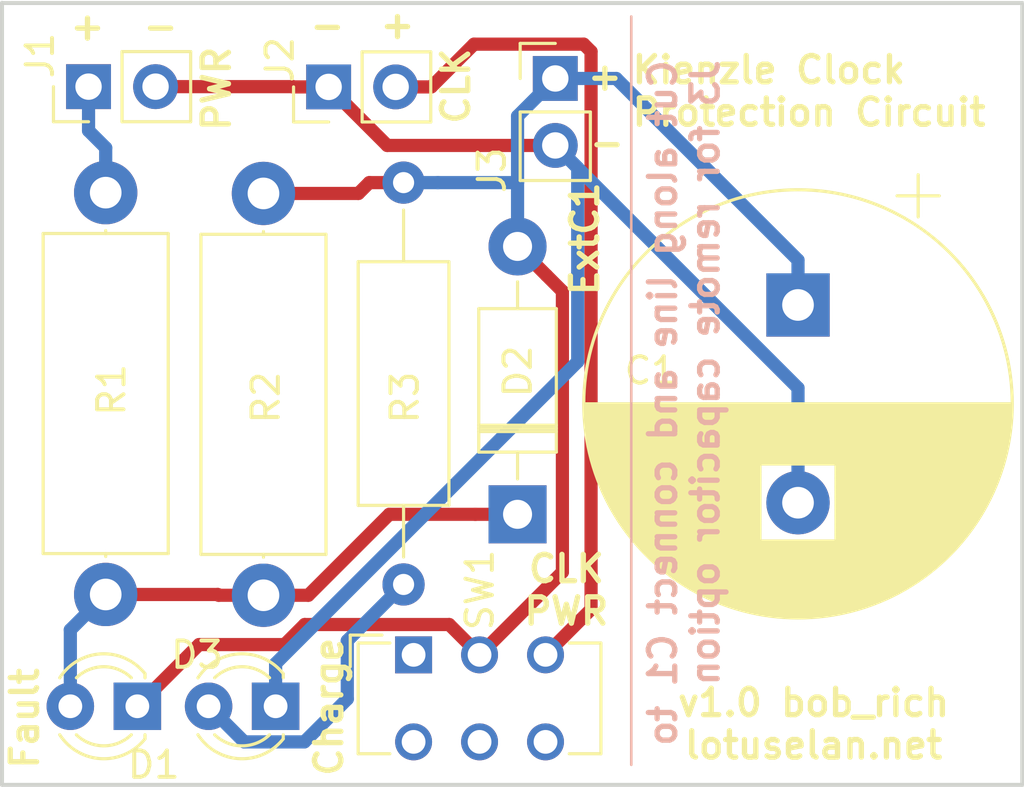
<source format=kicad_pcb>
(kicad_pcb (version 20171130) (host pcbnew "(5.0.0)")

  (general
    (thickness 1.6)
    (drawings 20)
    (tracks 56)
    (zones 0)
    (modules 11)
    (nets 8)
  )

  (page A4)
  (layers
    (0 F.Cu signal)
    (31 B.Cu signal)
    (32 B.Adhes user)
    (33 F.Adhes user)
    (34 B.Paste user)
    (35 F.Paste user)
    (36 B.SilkS user)
    (37 F.SilkS user)
    (38 B.Mask user)
    (39 F.Mask user)
    (40 Dwgs.User user)
    (41 Cmts.User user hide)
    (42 Eco1.User user hide)
    (43 Eco2.User user hide)
    (44 Edge.Cuts user)
    (45 Margin user)
    (46 B.CrtYd user hide)
    (47 F.CrtYd user)
    (48 B.Fab user hide)
    (49 F.Fab user hide)
  )

  (setup
    (last_trace_width 0.5)
    (trace_clearance 0.2)
    (zone_clearance 0.508)
    (zone_45_only no)
    (trace_min 0.5)
    (segment_width 0.2)
    (edge_width 0.15)
    (via_size 0.8)
    (via_drill 0.4)
    (via_min_size 0.5)
    (via_min_drill 0.3)
    (uvia_size 0.3)
    (uvia_drill 0.1)
    (uvias_allowed no)
    (uvia_min_size 0.2)
    (uvia_min_drill 0.1)
    (pcb_text_width 0.3)
    (pcb_text_size 1.5 1.5)
    (mod_edge_width 0.15)
    (mod_text_size 1 1)
    (mod_text_width 0.15)
    (pad_size 1.524 1.524)
    (pad_drill 0.762)
    (pad_to_mask_clearance 0.2)
    (aux_axis_origin 0 0)
    (visible_elements 7FFFFFFF)
    (pcbplotparams
      (layerselection 0x010fc_ffffffff)
      (usegerberextensions false)
      (usegerberattributes false)
      (usegerberadvancedattributes false)
      (creategerberjobfile false)
      (excludeedgelayer true)
      (linewidth 0.100000)
      (plotframeref false)
      (viasonmask false)
      (mode 1)
      (useauxorigin false)
      (hpglpennumber 1)
      (hpglpenspeed 20)
      (hpglpendiameter 15.000000)
      (psnegative false)
      (psa4output false)
      (plotreference true)
      (plotvalue true)
      (plotinvisibletext false)
      (padsonsilk false)
      (subtractmaskfromsilk false)
      (outputformat 1)
      (mirror false)
      (drillshape 1)
      (scaleselection 1)
      (outputdirectory ""))
  )

  (net 0 "")
  (net 1 "Net-(C1-Pad1)")
  (net 2 "Net-(D1-Pad2)")
  (net 3 "Net-(D3-Pad2)")
  (net 4 "Net-(C1-Pad2)")
  (net 5 "Net-(J1-Pad1)")
  (net 6 "Net-(J2-Pad2)")
  (net 7 "Net-(SW1-Pad1)")

  (net_class Default "This is the default net class."
    (clearance 0.2)
    (trace_width 0.5)
    (via_dia 0.8)
    (via_drill 0.4)
    (uvia_dia 0.3)
    (uvia_drill 0.1)
    (diff_pair_gap 0.25)
    (diff_pair_width 0.5)
    (add_net "Net-(C1-Pad1)")
    (add_net "Net-(C1-Pad2)")
    (add_net "Net-(D1-Pad2)")
    (add_net "Net-(D3-Pad2)")
    (add_net "Net-(J1-Pad1)")
    (add_net "Net-(J2-Pad2)")
    (add_net "Net-(SW1-Pad1)")
  )

  (module Capacitor_THT:CP_Radial_D16.0mm_P7.50mm (layer F.Cu) (tedit 5AE50EF1) (tstamp 5DB2A52D)
    (at 74.13 43.44 270)
    (descr "CP, Radial series, Radial, pin pitch=7.50mm, , diameter=16mm, Electrolytic Capacitor")
    (tags "CP Radial series Radial pin pitch 7.50mm  diameter 16mm Electrolytic Capacitor")
    (path /5DA08AF7)
    (fp_text reference C1 (at 2.49 5.59) (layer F.SilkS)
      (effects (font (size 1 1) (thickness 0.15)))
    )
    (fp_text value 4700uF (at 3.75 9.25 270) (layer F.Fab)
      (effects (font (size 1 1) (thickness 0.15)))
    )
    (fp_circle (center 3.75 0) (end 11.75 0) (layer F.Fab) (width 0.1))
    (fp_circle (center 3.75 0) (end 11.87 0) (layer F.SilkS) (width 0.12))
    (fp_circle (center 3.75 0) (end 12 0) (layer F.CrtYd) (width 0.05))
    (fp_line (start -3.125168 -3.5075) (end -1.525168 -3.5075) (layer F.Fab) (width 0.1))
    (fp_line (start -2.325168 -4.3075) (end -2.325168 -2.7075) (layer F.Fab) (width 0.1))
    (fp_line (start 3.75 -8.081) (end 3.75 8.081) (layer F.SilkS) (width 0.12))
    (fp_line (start 3.79 -8.08) (end 3.79 8.08) (layer F.SilkS) (width 0.12))
    (fp_line (start 3.83 -8.08) (end 3.83 8.08) (layer F.SilkS) (width 0.12))
    (fp_line (start 3.87 -8.08) (end 3.87 8.08) (layer F.SilkS) (width 0.12))
    (fp_line (start 3.91 -8.079) (end 3.91 8.079) (layer F.SilkS) (width 0.12))
    (fp_line (start 3.95 -8.078) (end 3.95 8.078) (layer F.SilkS) (width 0.12))
    (fp_line (start 3.99 -8.077) (end 3.99 8.077) (layer F.SilkS) (width 0.12))
    (fp_line (start 4.03 -8.076) (end 4.03 8.076) (layer F.SilkS) (width 0.12))
    (fp_line (start 4.07 -8.074) (end 4.07 8.074) (layer F.SilkS) (width 0.12))
    (fp_line (start 4.11 -8.073) (end 4.11 8.073) (layer F.SilkS) (width 0.12))
    (fp_line (start 4.15 -8.071) (end 4.15 8.071) (layer F.SilkS) (width 0.12))
    (fp_line (start 4.19 -8.069) (end 4.19 8.069) (layer F.SilkS) (width 0.12))
    (fp_line (start 4.23 -8.066) (end 4.23 8.066) (layer F.SilkS) (width 0.12))
    (fp_line (start 4.27 -8.064) (end 4.27 8.064) (layer F.SilkS) (width 0.12))
    (fp_line (start 4.31 -8.061) (end 4.31 8.061) (layer F.SilkS) (width 0.12))
    (fp_line (start 4.35 -8.058) (end 4.35 8.058) (layer F.SilkS) (width 0.12))
    (fp_line (start 4.39 -8.055) (end 4.39 8.055) (layer F.SilkS) (width 0.12))
    (fp_line (start 4.43 -8.052) (end 4.43 8.052) (layer F.SilkS) (width 0.12))
    (fp_line (start 4.471 -8.049) (end 4.471 8.049) (layer F.SilkS) (width 0.12))
    (fp_line (start 4.511 -8.045) (end 4.511 8.045) (layer F.SilkS) (width 0.12))
    (fp_line (start 4.551 -8.041) (end 4.551 8.041) (layer F.SilkS) (width 0.12))
    (fp_line (start 4.591 -8.037) (end 4.591 8.037) (layer F.SilkS) (width 0.12))
    (fp_line (start 4.631 -8.033) (end 4.631 8.033) (layer F.SilkS) (width 0.12))
    (fp_line (start 4.671 -8.028) (end 4.671 8.028) (layer F.SilkS) (width 0.12))
    (fp_line (start 4.711 -8.024) (end 4.711 8.024) (layer F.SilkS) (width 0.12))
    (fp_line (start 4.751 -8.019) (end 4.751 8.019) (layer F.SilkS) (width 0.12))
    (fp_line (start 4.791 -8.014) (end 4.791 8.014) (layer F.SilkS) (width 0.12))
    (fp_line (start 4.831 -8.008) (end 4.831 8.008) (layer F.SilkS) (width 0.12))
    (fp_line (start 4.871 -8.003) (end 4.871 8.003) (layer F.SilkS) (width 0.12))
    (fp_line (start 4.911 -7.997) (end 4.911 7.997) (layer F.SilkS) (width 0.12))
    (fp_line (start 4.951 -7.991) (end 4.951 7.991) (layer F.SilkS) (width 0.12))
    (fp_line (start 4.991 -7.985) (end 4.991 7.985) (layer F.SilkS) (width 0.12))
    (fp_line (start 5.031 -7.979) (end 5.031 7.979) (layer F.SilkS) (width 0.12))
    (fp_line (start 5.071 -7.972) (end 5.071 7.972) (layer F.SilkS) (width 0.12))
    (fp_line (start 5.111 -7.966) (end 5.111 7.966) (layer F.SilkS) (width 0.12))
    (fp_line (start 5.151 -7.959) (end 5.151 7.959) (layer F.SilkS) (width 0.12))
    (fp_line (start 5.191 -7.952) (end 5.191 7.952) (layer F.SilkS) (width 0.12))
    (fp_line (start 5.231 -7.944) (end 5.231 7.944) (layer F.SilkS) (width 0.12))
    (fp_line (start 5.271 -7.937) (end 5.271 7.937) (layer F.SilkS) (width 0.12))
    (fp_line (start 5.311 -7.929) (end 5.311 7.929) (layer F.SilkS) (width 0.12))
    (fp_line (start 5.351 -7.921) (end 5.351 7.921) (layer F.SilkS) (width 0.12))
    (fp_line (start 5.391 -7.913) (end 5.391 7.913) (layer F.SilkS) (width 0.12))
    (fp_line (start 5.431 -7.905) (end 5.431 7.905) (layer F.SilkS) (width 0.12))
    (fp_line (start 5.471 -7.896) (end 5.471 7.896) (layer F.SilkS) (width 0.12))
    (fp_line (start 5.511 -7.887) (end 5.511 7.887) (layer F.SilkS) (width 0.12))
    (fp_line (start 5.551 -7.878) (end 5.551 7.878) (layer F.SilkS) (width 0.12))
    (fp_line (start 5.591 -7.869) (end 5.591 7.869) (layer F.SilkS) (width 0.12))
    (fp_line (start 5.631 -7.86) (end 5.631 7.86) (layer F.SilkS) (width 0.12))
    (fp_line (start 5.671 -7.85) (end 5.671 7.85) (layer F.SilkS) (width 0.12))
    (fp_line (start 5.711 -7.84) (end 5.711 7.84) (layer F.SilkS) (width 0.12))
    (fp_line (start 5.751 -7.83) (end 5.751 7.83) (layer F.SilkS) (width 0.12))
    (fp_line (start 5.791 -7.82) (end 5.791 7.82) (layer F.SilkS) (width 0.12))
    (fp_line (start 5.831 -7.81) (end 5.831 7.81) (layer F.SilkS) (width 0.12))
    (fp_line (start 5.871 -7.799) (end 5.871 7.799) (layer F.SilkS) (width 0.12))
    (fp_line (start 5.911 -7.788) (end 5.911 7.788) (layer F.SilkS) (width 0.12))
    (fp_line (start 5.951 -7.777) (end 5.951 7.777) (layer F.SilkS) (width 0.12))
    (fp_line (start 5.991 -7.765) (end 5.991 7.765) (layer F.SilkS) (width 0.12))
    (fp_line (start 6.031 -7.754) (end 6.031 7.754) (layer F.SilkS) (width 0.12))
    (fp_line (start 6.071 -7.742) (end 6.071 -1.44) (layer F.SilkS) (width 0.12))
    (fp_line (start 6.071 1.44) (end 6.071 7.742) (layer F.SilkS) (width 0.12))
    (fp_line (start 6.111 -7.73) (end 6.111 -1.44) (layer F.SilkS) (width 0.12))
    (fp_line (start 6.111 1.44) (end 6.111 7.73) (layer F.SilkS) (width 0.12))
    (fp_line (start 6.151 -7.718) (end 6.151 -1.44) (layer F.SilkS) (width 0.12))
    (fp_line (start 6.151 1.44) (end 6.151 7.718) (layer F.SilkS) (width 0.12))
    (fp_line (start 6.191 -7.705) (end 6.191 -1.44) (layer F.SilkS) (width 0.12))
    (fp_line (start 6.191 1.44) (end 6.191 7.705) (layer F.SilkS) (width 0.12))
    (fp_line (start 6.231 -7.693) (end 6.231 -1.44) (layer F.SilkS) (width 0.12))
    (fp_line (start 6.231 1.44) (end 6.231 7.693) (layer F.SilkS) (width 0.12))
    (fp_line (start 6.271 -7.68) (end 6.271 -1.44) (layer F.SilkS) (width 0.12))
    (fp_line (start 6.271 1.44) (end 6.271 7.68) (layer F.SilkS) (width 0.12))
    (fp_line (start 6.311 -7.666) (end 6.311 -1.44) (layer F.SilkS) (width 0.12))
    (fp_line (start 6.311 1.44) (end 6.311 7.666) (layer F.SilkS) (width 0.12))
    (fp_line (start 6.351 -7.653) (end 6.351 -1.44) (layer F.SilkS) (width 0.12))
    (fp_line (start 6.351 1.44) (end 6.351 7.653) (layer F.SilkS) (width 0.12))
    (fp_line (start 6.391 -7.639) (end 6.391 -1.44) (layer F.SilkS) (width 0.12))
    (fp_line (start 6.391 1.44) (end 6.391 7.639) (layer F.SilkS) (width 0.12))
    (fp_line (start 6.431 -7.625) (end 6.431 -1.44) (layer F.SilkS) (width 0.12))
    (fp_line (start 6.431 1.44) (end 6.431 7.625) (layer F.SilkS) (width 0.12))
    (fp_line (start 6.471 -7.611) (end 6.471 -1.44) (layer F.SilkS) (width 0.12))
    (fp_line (start 6.471 1.44) (end 6.471 7.611) (layer F.SilkS) (width 0.12))
    (fp_line (start 6.511 -7.597) (end 6.511 -1.44) (layer F.SilkS) (width 0.12))
    (fp_line (start 6.511 1.44) (end 6.511 7.597) (layer F.SilkS) (width 0.12))
    (fp_line (start 6.551 -7.582) (end 6.551 -1.44) (layer F.SilkS) (width 0.12))
    (fp_line (start 6.551 1.44) (end 6.551 7.582) (layer F.SilkS) (width 0.12))
    (fp_line (start 6.591 -7.568) (end 6.591 -1.44) (layer F.SilkS) (width 0.12))
    (fp_line (start 6.591 1.44) (end 6.591 7.568) (layer F.SilkS) (width 0.12))
    (fp_line (start 6.631 -7.553) (end 6.631 -1.44) (layer F.SilkS) (width 0.12))
    (fp_line (start 6.631 1.44) (end 6.631 7.553) (layer F.SilkS) (width 0.12))
    (fp_line (start 6.671 -7.537) (end 6.671 -1.44) (layer F.SilkS) (width 0.12))
    (fp_line (start 6.671 1.44) (end 6.671 7.537) (layer F.SilkS) (width 0.12))
    (fp_line (start 6.711 -7.522) (end 6.711 -1.44) (layer F.SilkS) (width 0.12))
    (fp_line (start 6.711 1.44) (end 6.711 7.522) (layer F.SilkS) (width 0.12))
    (fp_line (start 6.751 -7.506) (end 6.751 -1.44) (layer F.SilkS) (width 0.12))
    (fp_line (start 6.751 1.44) (end 6.751 7.506) (layer F.SilkS) (width 0.12))
    (fp_line (start 6.791 -7.49) (end 6.791 -1.44) (layer F.SilkS) (width 0.12))
    (fp_line (start 6.791 1.44) (end 6.791 7.49) (layer F.SilkS) (width 0.12))
    (fp_line (start 6.831 -7.474) (end 6.831 -1.44) (layer F.SilkS) (width 0.12))
    (fp_line (start 6.831 1.44) (end 6.831 7.474) (layer F.SilkS) (width 0.12))
    (fp_line (start 6.871 -7.457) (end 6.871 -1.44) (layer F.SilkS) (width 0.12))
    (fp_line (start 6.871 1.44) (end 6.871 7.457) (layer F.SilkS) (width 0.12))
    (fp_line (start 6.911 -7.44) (end 6.911 -1.44) (layer F.SilkS) (width 0.12))
    (fp_line (start 6.911 1.44) (end 6.911 7.44) (layer F.SilkS) (width 0.12))
    (fp_line (start 6.951 -7.423) (end 6.951 -1.44) (layer F.SilkS) (width 0.12))
    (fp_line (start 6.951 1.44) (end 6.951 7.423) (layer F.SilkS) (width 0.12))
    (fp_line (start 6.991 -7.406) (end 6.991 -1.44) (layer F.SilkS) (width 0.12))
    (fp_line (start 6.991 1.44) (end 6.991 7.406) (layer F.SilkS) (width 0.12))
    (fp_line (start 7.031 -7.389) (end 7.031 -1.44) (layer F.SilkS) (width 0.12))
    (fp_line (start 7.031 1.44) (end 7.031 7.389) (layer F.SilkS) (width 0.12))
    (fp_line (start 7.071 -7.371) (end 7.071 -1.44) (layer F.SilkS) (width 0.12))
    (fp_line (start 7.071 1.44) (end 7.071 7.371) (layer F.SilkS) (width 0.12))
    (fp_line (start 7.111 -7.353) (end 7.111 -1.44) (layer F.SilkS) (width 0.12))
    (fp_line (start 7.111 1.44) (end 7.111 7.353) (layer F.SilkS) (width 0.12))
    (fp_line (start 7.151 -7.334) (end 7.151 -1.44) (layer F.SilkS) (width 0.12))
    (fp_line (start 7.151 1.44) (end 7.151 7.334) (layer F.SilkS) (width 0.12))
    (fp_line (start 7.191 -7.316) (end 7.191 -1.44) (layer F.SilkS) (width 0.12))
    (fp_line (start 7.191 1.44) (end 7.191 7.316) (layer F.SilkS) (width 0.12))
    (fp_line (start 7.231 -7.297) (end 7.231 -1.44) (layer F.SilkS) (width 0.12))
    (fp_line (start 7.231 1.44) (end 7.231 7.297) (layer F.SilkS) (width 0.12))
    (fp_line (start 7.271 -7.278) (end 7.271 -1.44) (layer F.SilkS) (width 0.12))
    (fp_line (start 7.271 1.44) (end 7.271 7.278) (layer F.SilkS) (width 0.12))
    (fp_line (start 7.311 -7.258) (end 7.311 -1.44) (layer F.SilkS) (width 0.12))
    (fp_line (start 7.311 1.44) (end 7.311 7.258) (layer F.SilkS) (width 0.12))
    (fp_line (start 7.351 -7.239) (end 7.351 -1.44) (layer F.SilkS) (width 0.12))
    (fp_line (start 7.351 1.44) (end 7.351 7.239) (layer F.SilkS) (width 0.12))
    (fp_line (start 7.391 -7.219) (end 7.391 -1.44) (layer F.SilkS) (width 0.12))
    (fp_line (start 7.391 1.44) (end 7.391 7.219) (layer F.SilkS) (width 0.12))
    (fp_line (start 7.431 -7.199) (end 7.431 -1.44) (layer F.SilkS) (width 0.12))
    (fp_line (start 7.431 1.44) (end 7.431 7.199) (layer F.SilkS) (width 0.12))
    (fp_line (start 7.471 -7.178) (end 7.471 -1.44) (layer F.SilkS) (width 0.12))
    (fp_line (start 7.471 1.44) (end 7.471 7.178) (layer F.SilkS) (width 0.12))
    (fp_line (start 7.511 -7.157) (end 7.511 -1.44) (layer F.SilkS) (width 0.12))
    (fp_line (start 7.511 1.44) (end 7.511 7.157) (layer F.SilkS) (width 0.12))
    (fp_line (start 7.551 -7.136) (end 7.551 -1.44) (layer F.SilkS) (width 0.12))
    (fp_line (start 7.551 1.44) (end 7.551 7.136) (layer F.SilkS) (width 0.12))
    (fp_line (start 7.591 -7.115) (end 7.591 -1.44) (layer F.SilkS) (width 0.12))
    (fp_line (start 7.591 1.44) (end 7.591 7.115) (layer F.SilkS) (width 0.12))
    (fp_line (start 7.631 -7.094) (end 7.631 -1.44) (layer F.SilkS) (width 0.12))
    (fp_line (start 7.631 1.44) (end 7.631 7.094) (layer F.SilkS) (width 0.12))
    (fp_line (start 7.671 -7.072) (end 7.671 -1.44) (layer F.SilkS) (width 0.12))
    (fp_line (start 7.671 1.44) (end 7.671 7.072) (layer F.SilkS) (width 0.12))
    (fp_line (start 7.711 -7.049) (end 7.711 -1.44) (layer F.SilkS) (width 0.12))
    (fp_line (start 7.711 1.44) (end 7.711 7.049) (layer F.SilkS) (width 0.12))
    (fp_line (start 7.751 -7.027) (end 7.751 -1.44) (layer F.SilkS) (width 0.12))
    (fp_line (start 7.751 1.44) (end 7.751 7.027) (layer F.SilkS) (width 0.12))
    (fp_line (start 7.791 -7.004) (end 7.791 -1.44) (layer F.SilkS) (width 0.12))
    (fp_line (start 7.791 1.44) (end 7.791 7.004) (layer F.SilkS) (width 0.12))
    (fp_line (start 7.831 -6.981) (end 7.831 -1.44) (layer F.SilkS) (width 0.12))
    (fp_line (start 7.831 1.44) (end 7.831 6.981) (layer F.SilkS) (width 0.12))
    (fp_line (start 7.871 -6.958) (end 7.871 -1.44) (layer F.SilkS) (width 0.12))
    (fp_line (start 7.871 1.44) (end 7.871 6.958) (layer F.SilkS) (width 0.12))
    (fp_line (start 7.911 -6.934) (end 7.911 -1.44) (layer F.SilkS) (width 0.12))
    (fp_line (start 7.911 1.44) (end 7.911 6.934) (layer F.SilkS) (width 0.12))
    (fp_line (start 7.951 -6.91) (end 7.951 -1.44) (layer F.SilkS) (width 0.12))
    (fp_line (start 7.951 1.44) (end 7.951 6.91) (layer F.SilkS) (width 0.12))
    (fp_line (start 7.991 -6.886) (end 7.991 -1.44) (layer F.SilkS) (width 0.12))
    (fp_line (start 7.991 1.44) (end 7.991 6.886) (layer F.SilkS) (width 0.12))
    (fp_line (start 8.031 -6.861) (end 8.031 -1.44) (layer F.SilkS) (width 0.12))
    (fp_line (start 8.031 1.44) (end 8.031 6.861) (layer F.SilkS) (width 0.12))
    (fp_line (start 8.071 -6.836) (end 8.071 -1.44) (layer F.SilkS) (width 0.12))
    (fp_line (start 8.071 1.44) (end 8.071 6.836) (layer F.SilkS) (width 0.12))
    (fp_line (start 8.111 -6.811) (end 8.111 -1.44) (layer F.SilkS) (width 0.12))
    (fp_line (start 8.111 1.44) (end 8.111 6.811) (layer F.SilkS) (width 0.12))
    (fp_line (start 8.151 -6.785) (end 8.151 -1.44) (layer F.SilkS) (width 0.12))
    (fp_line (start 8.151 1.44) (end 8.151 6.785) (layer F.SilkS) (width 0.12))
    (fp_line (start 8.191 -6.759) (end 8.191 -1.44) (layer F.SilkS) (width 0.12))
    (fp_line (start 8.191 1.44) (end 8.191 6.759) (layer F.SilkS) (width 0.12))
    (fp_line (start 8.231 -6.733) (end 8.231 -1.44) (layer F.SilkS) (width 0.12))
    (fp_line (start 8.231 1.44) (end 8.231 6.733) (layer F.SilkS) (width 0.12))
    (fp_line (start 8.271 -6.706) (end 8.271 -1.44) (layer F.SilkS) (width 0.12))
    (fp_line (start 8.271 1.44) (end 8.271 6.706) (layer F.SilkS) (width 0.12))
    (fp_line (start 8.311 -6.679) (end 8.311 -1.44) (layer F.SilkS) (width 0.12))
    (fp_line (start 8.311 1.44) (end 8.311 6.679) (layer F.SilkS) (width 0.12))
    (fp_line (start 8.351 -6.652) (end 8.351 -1.44) (layer F.SilkS) (width 0.12))
    (fp_line (start 8.351 1.44) (end 8.351 6.652) (layer F.SilkS) (width 0.12))
    (fp_line (start 8.391 -6.624) (end 8.391 -1.44) (layer F.SilkS) (width 0.12))
    (fp_line (start 8.391 1.44) (end 8.391 6.624) (layer F.SilkS) (width 0.12))
    (fp_line (start 8.431 -6.596) (end 8.431 -1.44) (layer F.SilkS) (width 0.12))
    (fp_line (start 8.431 1.44) (end 8.431 6.596) (layer F.SilkS) (width 0.12))
    (fp_line (start 8.471 -6.568) (end 8.471 -1.44) (layer F.SilkS) (width 0.12))
    (fp_line (start 8.471 1.44) (end 8.471 6.568) (layer F.SilkS) (width 0.12))
    (fp_line (start 8.511 -6.539) (end 8.511 -1.44) (layer F.SilkS) (width 0.12))
    (fp_line (start 8.511 1.44) (end 8.511 6.539) (layer F.SilkS) (width 0.12))
    (fp_line (start 8.551 -6.51) (end 8.551 -1.44) (layer F.SilkS) (width 0.12))
    (fp_line (start 8.551 1.44) (end 8.551 6.51) (layer F.SilkS) (width 0.12))
    (fp_line (start 8.591 -6.48) (end 8.591 -1.44) (layer F.SilkS) (width 0.12))
    (fp_line (start 8.591 1.44) (end 8.591 6.48) (layer F.SilkS) (width 0.12))
    (fp_line (start 8.631 -6.45) (end 8.631 -1.44) (layer F.SilkS) (width 0.12))
    (fp_line (start 8.631 1.44) (end 8.631 6.45) (layer F.SilkS) (width 0.12))
    (fp_line (start 8.671 -6.42) (end 8.671 -1.44) (layer F.SilkS) (width 0.12))
    (fp_line (start 8.671 1.44) (end 8.671 6.42) (layer F.SilkS) (width 0.12))
    (fp_line (start 8.711 -6.39) (end 8.711 -1.44) (layer F.SilkS) (width 0.12))
    (fp_line (start 8.711 1.44) (end 8.711 6.39) (layer F.SilkS) (width 0.12))
    (fp_line (start 8.751 -6.358) (end 8.751 -1.44) (layer F.SilkS) (width 0.12))
    (fp_line (start 8.751 1.44) (end 8.751 6.358) (layer F.SilkS) (width 0.12))
    (fp_line (start 8.791 -6.327) (end 8.791 -1.44) (layer F.SilkS) (width 0.12))
    (fp_line (start 8.791 1.44) (end 8.791 6.327) (layer F.SilkS) (width 0.12))
    (fp_line (start 8.831 -6.295) (end 8.831 -1.44) (layer F.SilkS) (width 0.12))
    (fp_line (start 8.831 1.44) (end 8.831 6.295) (layer F.SilkS) (width 0.12))
    (fp_line (start 8.871 -6.263) (end 8.871 -1.44) (layer F.SilkS) (width 0.12))
    (fp_line (start 8.871 1.44) (end 8.871 6.263) (layer F.SilkS) (width 0.12))
    (fp_line (start 8.911 -6.23) (end 8.911 -1.44) (layer F.SilkS) (width 0.12))
    (fp_line (start 8.911 1.44) (end 8.911 6.23) (layer F.SilkS) (width 0.12))
    (fp_line (start 8.951 -6.197) (end 8.951 6.197) (layer F.SilkS) (width 0.12))
    (fp_line (start 8.991 -6.163) (end 8.991 6.163) (layer F.SilkS) (width 0.12))
    (fp_line (start 9.031 -6.129) (end 9.031 6.129) (layer F.SilkS) (width 0.12))
    (fp_line (start 9.071 -6.095) (end 9.071 6.095) (layer F.SilkS) (width 0.12))
    (fp_line (start 9.111 -6.06) (end 9.111 6.06) (layer F.SilkS) (width 0.12))
    (fp_line (start 9.151 -6.025) (end 9.151 6.025) (layer F.SilkS) (width 0.12))
    (fp_line (start 9.191 -5.989) (end 9.191 5.989) (layer F.SilkS) (width 0.12))
    (fp_line (start 9.231 -5.952) (end 9.231 5.952) (layer F.SilkS) (width 0.12))
    (fp_line (start 9.271 -5.916) (end 9.271 5.916) (layer F.SilkS) (width 0.12))
    (fp_line (start 9.311 -5.878) (end 9.311 5.878) (layer F.SilkS) (width 0.12))
    (fp_line (start 9.351 -5.84) (end 9.351 5.84) (layer F.SilkS) (width 0.12))
    (fp_line (start 9.391 -5.802) (end 9.391 5.802) (layer F.SilkS) (width 0.12))
    (fp_line (start 9.431 -5.763) (end 9.431 5.763) (layer F.SilkS) (width 0.12))
    (fp_line (start 9.471 -5.724) (end 9.471 5.724) (layer F.SilkS) (width 0.12))
    (fp_line (start 9.511 -5.684) (end 9.511 5.684) (layer F.SilkS) (width 0.12))
    (fp_line (start 9.551 -5.643) (end 9.551 5.643) (layer F.SilkS) (width 0.12))
    (fp_line (start 9.591 -5.602) (end 9.591 5.602) (layer F.SilkS) (width 0.12))
    (fp_line (start 9.631 -5.56) (end 9.631 5.56) (layer F.SilkS) (width 0.12))
    (fp_line (start 9.671 -5.518) (end 9.671 5.518) (layer F.SilkS) (width 0.12))
    (fp_line (start 9.711 -5.475) (end 9.711 5.475) (layer F.SilkS) (width 0.12))
    (fp_line (start 9.751 -5.432) (end 9.751 5.432) (layer F.SilkS) (width 0.12))
    (fp_line (start 9.791 -5.388) (end 9.791 5.388) (layer F.SilkS) (width 0.12))
    (fp_line (start 9.831 -5.343) (end 9.831 5.343) (layer F.SilkS) (width 0.12))
    (fp_line (start 9.871 -5.297) (end 9.871 5.297) (layer F.SilkS) (width 0.12))
    (fp_line (start 9.911 -5.251) (end 9.911 5.251) (layer F.SilkS) (width 0.12))
    (fp_line (start 9.951 -5.204) (end 9.951 5.204) (layer F.SilkS) (width 0.12))
    (fp_line (start 9.991 -5.156) (end 9.991 5.156) (layer F.SilkS) (width 0.12))
    (fp_line (start 10.031 -5.108) (end 10.031 5.108) (layer F.SilkS) (width 0.12))
    (fp_line (start 10.071 -5.059) (end 10.071 5.059) (layer F.SilkS) (width 0.12))
    (fp_line (start 10.111 -5.009) (end 10.111 5.009) (layer F.SilkS) (width 0.12))
    (fp_line (start 10.151 -4.958) (end 10.151 4.958) (layer F.SilkS) (width 0.12))
    (fp_line (start 10.191 -4.906) (end 10.191 4.906) (layer F.SilkS) (width 0.12))
    (fp_line (start 10.231 -4.854) (end 10.231 4.854) (layer F.SilkS) (width 0.12))
    (fp_line (start 10.271 -4.8) (end 10.271 4.8) (layer F.SilkS) (width 0.12))
    (fp_line (start 10.311 -4.746) (end 10.311 4.746) (layer F.SilkS) (width 0.12))
    (fp_line (start 10.351 -4.691) (end 10.351 4.691) (layer F.SilkS) (width 0.12))
    (fp_line (start 10.391 -4.634) (end 10.391 4.634) (layer F.SilkS) (width 0.12))
    (fp_line (start 10.431 -4.577) (end 10.431 4.577) (layer F.SilkS) (width 0.12))
    (fp_line (start 10.471 -4.519) (end 10.471 4.519) (layer F.SilkS) (width 0.12))
    (fp_line (start 10.511 -4.459) (end 10.511 4.459) (layer F.SilkS) (width 0.12))
    (fp_line (start 10.551 -4.398) (end 10.551 4.398) (layer F.SilkS) (width 0.12))
    (fp_line (start 10.591 -4.336) (end 10.591 4.336) (layer F.SilkS) (width 0.12))
    (fp_line (start 10.631 -4.273) (end 10.631 4.273) (layer F.SilkS) (width 0.12))
    (fp_line (start 10.671 -4.209) (end 10.671 4.209) (layer F.SilkS) (width 0.12))
    (fp_line (start 10.711 -4.143) (end 10.711 4.143) (layer F.SilkS) (width 0.12))
    (fp_line (start 10.751 -4.076) (end 10.751 4.076) (layer F.SilkS) (width 0.12))
    (fp_line (start 10.791 -4.007) (end 10.791 4.007) (layer F.SilkS) (width 0.12))
    (fp_line (start 10.831 -3.936) (end 10.831 3.936) (layer F.SilkS) (width 0.12))
    (fp_line (start 10.871 -3.864) (end 10.871 3.864) (layer F.SilkS) (width 0.12))
    (fp_line (start 10.911 -3.79) (end 10.911 3.79) (layer F.SilkS) (width 0.12))
    (fp_line (start 10.951 -3.715) (end 10.951 3.715) (layer F.SilkS) (width 0.12))
    (fp_line (start 10.991 -3.637) (end 10.991 3.637) (layer F.SilkS) (width 0.12))
    (fp_line (start 11.031 -3.557) (end 11.031 3.557) (layer F.SilkS) (width 0.12))
    (fp_line (start 11.071 -3.475) (end 11.071 3.475) (layer F.SilkS) (width 0.12))
    (fp_line (start 11.111 -3.39) (end 11.111 3.39) (layer F.SilkS) (width 0.12))
    (fp_line (start 11.151 -3.303) (end 11.151 3.303) (layer F.SilkS) (width 0.12))
    (fp_line (start 11.191 -3.213) (end 11.191 3.213) (layer F.SilkS) (width 0.12))
    (fp_line (start 11.231 -3.12) (end 11.231 3.12) (layer F.SilkS) (width 0.12))
    (fp_line (start 11.271 -3.024) (end 11.271 3.024) (layer F.SilkS) (width 0.12))
    (fp_line (start 11.311 -2.924) (end 11.311 2.924) (layer F.SilkS) (width 0.12))
    (fp_line (start 11.351 -2.82) (end 11.351 2.82) (layer F.SilkS) (width 0.12))
    (fp_line (start 11.391 -2.711) (end 11.391 2.711) (layer F.SilkS) (width 0.12))
    (fp_line (start 11.431 -2.597) (end 11.431 2.597) (layer F.SilkS) (width 0.12))
    (fp_line (start 11.471 -2.478) (end 11.471 2.478) (layer F.SilkS) (width 0.12))
    (fp_line (start 11.511 -2.351) (end 11.511 2.351) (layer F.SilkS) (width 0.12))
    (fp_line (start 11.551 -2.218) (end 11.551 2.218) (layer F.SilkS) (width 0.12))
    (fp_line (start 11.591 -2.074) (end 11.591 2.074) (layer F.SilkS) (width 0.12))
    (fp_line (start 11.631 -1.92) (end 11.631 1.92) (layer F.SilkS) (width 0.12))
    (fp_line (start 11.671 -1.752) (end 11.671 1.752) (layer F.SilkS) (width 0.12))
    (fp_line (start 11.711 -1.564) (end 11.711 1.564) (layer F.SilkS) (width 0.12))
    (fp_line (start 11.751 -1.351) (end 11.751 1.351) (layer F.SilkS) (width 0.12))
    (fp_line (start 11.791 -1.098) (end 11.791 1.098) (layer F.SilkS) (width 0.12))
    (fp_line (start 11.831 -0.765) (end 11.831 0.765) (layer F.SilkS) (width 0.12))
    (fp_line (start -4.939491 -4.555) (end -3.339491 -4.555) (layer F.SilkS) (width 0.12))
    (fp_line (start -4.139491 -5.355) (end -4.139491 -3.755) (layer F.SilkS) (width 0.12))
    (fp_text user %R (at 3.75 0 270) (layer F.Fab)
      (effects (font (size 1 1) (thickness 0.15)))
    )
    (pad 1 thru_hole rect (at 0 0 270) (size 2.4 2.4) (drill 1.2) (layers *.Cu *.Mask)
      (net 1 "Net-(C1-Pad1)"))
    (pad 2 thru_hole circle (at 7.5 0 270) (size 2.4 2.4) (drill 1.2) (layers *.Cu *.Mask)
      (net 4 "Net-(C1-Pad2)"))
    (model ${KISYS3DMOD}/Capacitor_THT.3dshapes/CP_Radial_D16.0mm_P7.50mm.wrl
      (at (xyz 0 0 0))
      (scale (xyz 1 1 1))
      (rotate (xyz 0 0 0))
    )
  )

  (module Connector_PinHeader_2.54mm:PinHeader_1x02_P2.54mm_Vertical (layer F.Cu) (tedit 59FED5CC) (tstamp 5DACE579)
    (at 47.24 35.16 90)
    (descr "Through hole straight pin header, 1x02, 2.54mm pitch, single row")
    (tags "Through hole pin header THT 1x02 2.54mm single row")
    (path /5DA10E5B)
    (fp_text reference J1 (at 1.18 -1.84 270) (layer F.SilkS)
      (effects (font (size 1 1) (thickness 0.15)))
    )
    (fp_text value PWR (at -0.22 6.44 180) (layer F.Fab)
      (effects (font (size 1 1) (thickness 0.15)))
    )
    (fp_text user %R (at 0 1.27 180) (layer F.Fab)
      (effects (font (size 1 1) (thickness 0.15)))
    )
    (fp_line (start 1.8 -1.8) (end -1.8 -1.8) (layer F.CrtYd) (width 0.05))
    (fp_line (start 1.8 4.35) (end 1.8 -1.8) (layer F.CrtYd) (width 0.05))
    (fp_line (start -1.8 4.35) (end 1.8 4.35) (layer F.CrtYd) (width 0.05))
    (fp_line (start -1.8 -1.8) (end -1.8 4.35) (layer F.CrtYd) (width 0.05))
    (fp_line (start -1.33 -1.33) (end 0 -1.33) (layer F.SilkS) (width 0.12))
    (fp_line (start -1.33 0) (end -1.33 -1.33) (layer F.SilkS) (width 0.12))
    (fp_line (start -1.33 1.27) (end 1.33 1.27) (layer F.SilkS) (width 0.12))
    (fp_line (start 1.33 1.27) (end 1.33 3.87) (layer F.SilkS) (width 0.12))
    (fp_line (start -1.33 1.27) (end -1.33 3.87) (layer F.SilkS) (width 0.12))
    (fp_line (start -1.33 3.87) (end 1.33 3.87) (layer F.SilkS) (width 0.12))
    (fp_line (start -1.27 -0.635) (end -0.635 -1.27) (layer F.Fab) (width 0.1))
    (fp_line (start -1.27 3.81) (end -1.27 -0.635) (layer F.Fab) (width 0.1))
    (fp_line (start 1.27 3.81) (end -1.27 3.81) (layer F.Fab) (width 0.1))
    (fp_line (start 1.27 -1.27) (end 1.27 3.81) (layer F.Fab) (width 0.1))
    (fp_line (start -0.635 -1.27) (end 1.27 -1.27) (layer F.Fab) (width 0.1))
    (pad 2 thru_hole oval (at 0 2.54 90) (size 1.7 1.7) (drill 1) (layers *.Cu *.Mask)
      (net 4 "Net-(C1-Pad2)"))
    (pad 1 thru_hole rect (at 0 0 90) (size 1.7 1.7) (drill 1) (layers *.Cu *.Mask)
      (net 5 "Net-(J1-Pad1)"))
    (model ${KISYS3DMOD}/Connector_PinHeader_2.54mm.3dshapes/PinHeader_1x02_P2.54mm_Vertical.wrl
      (at (xyz 0 0 0))
      (scale (xyz 1 1 1))
      (rotate (xyz 0 0 0))
    )
  )

  (module LED_THT:LED_D3.0mm (layer F.Cu) (tedit 587A3A7B) (tstamp 5DACE531)
    (at 49.09 58.66 180)
    (descr "LED, diameter 3.0mm, 2 pins")
    (tags "LED diameter 3.0mm 2 pins")
    (path /5DA083FD)
    (fp_text reference D1 (at -0.62 -2.22 180) (layer F.SilkS)
      (effects (font (size 1 1) (thickness 0.15)))
    )
    (fp_text value Fault (at 1.27 2.96 180) (layer F.Fab)
      (effects (font (size 1 1) (thickness 0.15)))
    )
    (fp_arc (start 1.27 0) (end -0.23 -1.16619) (angle 284.3) (layer F.Fab) (width 0.1))
    (fp_arc (start 1.27 0) (end -0.29 -1.235516) (angle 108.8) (layer F.SilkS) (width 0.12))
    (fp_arc (start 1.27 0) (end -0.29 1.235516) (angle -108.8) (layer F.SilkS) (width 0.12))
    (fp_arc (start 1.27 0) (end 0.229039 -1.08) (angle 87.9) (layer F.SilkS) (width 0.12))
    (fp_arc (start 1.27 0) (end 0.229039 1.08) (angle -87.9) (layer F.SilkS) (width 0.12))
    (fp_circle (center 1.27 0) (end 2.77 0) (layer F.Fab) (width 0.1))
    (fp_line (start -0.23 -1.16619) (end -0.23 1.16619) (layer F.Fab) (width 0.1))
    (fp_line (start -0.29 -1.236) (end -0.29 -1.08) (layer F.SilkS) (width 0.12))
    (fp_line (start -0.29 1.08) (end -0.29 1.236) (layer F.SilkS) (width 0.12))
    (fp_line (start -1.15 -2.25) (end -1.15 2.25) (layer F.CrtYd) (width 0.05))
    (fp_line (start -1.15 2.25) (end 3.7 2.25) (layer F.CrtYd) (width 0.05))
    (fp_line (start 3.7 2.25) (end 3.7 -2.25) (layer F.CrtYd) (width 0.05))
    (fp_line (start 3.7 -2.25) (end -1.15 -2.25) (layer F.CrtYd) (width 0.05))
    (pad 1 thru_hole rect (at 0 0 180) (size 1.8 1.8) (drill 0.9) (layers *.Cu *.Mask)
      (net 1 "Net-(C1-Pad1)"))
    (pad 2 thru_hole circle (at 2.54 0 180) (size 1.8 1.8) (drill 0.9) (layers *.Cu *.Mask)
      (net 2 "Net-(D1-Pad2)"))
    (model ${KISYS3DMOD}/LED_THT.3dshapes/LED_D3.0mm.wrl
      (at (xyz 0 0 0))
      (scale (xyz 1 1 1))
      (rotate (xyz 0 0 0))
    )
  )

  (module Diode_THT:D_DO-41_SOD81_P10.16mm_Horizontal (layer F.Cu) (tedit 5DA5B83E) (tstamp 5DAD216E)
    (at 63.5 51.38 90)
    (descr "Diode, DO-41_SOD81 series, Axial, Horizontal, pin pitch=10.16mm, , length*diameter=5.2*2.7mm^2, , http://www.diodes.com/_files/packages/DO-41%20(Plastic).pdf")
    (tags "Diode DO-41_SOD81 series Axial Horizontal pin pitch 10.16mm  length 5.2mm diameter 2.7mm")
    (path /5DA08368)
    (fp_text reference D2 (at 5.42 0.01 90) (layer F.SilkS)
      (effects (font (size 1 1) (thickness 0.15)))
    )
    (fp_text value 1N4001 (at 5.08 2.47 90) (layer F.Fab)
      (effects (font (size 1 1) (thickness 0.15)))
    )
    (fp_line (start 2.48 -1.35) (end 2.48 1.35) (layer F.Fab) (width 0.1))
    (fp_line (start 2.48 1.35) (end 7.68 1.35) (layer F.Fab) (width 0.1))
    (fp_line (start 7.68 1.35) (end 7.68 -1.35) (layer F.Fab) (width 0.1))
    (fp_line (start 7.68 -1.35) (end 2.48 -1.35) (layer F.Fab) (width 0.1))
    (fp_line (start 0 0) (end 2.48 0) (layer F.Fab) (width 0.1))
    (fp_line (start 10.16 0) (end 7.68 0) (layer F.Fab) (width 0.1))
    (fp_line (start 3.26 -1.35) (end 3.26 1.35) (layer F.Fab) (width 0.1))
    (fp_line (start 3.36 -1.35) (end 3.36 1.35) (layer F.Fab) (width 0.1))
    (fp_line (start 3.16 -1.35) (end 3.16 1.35) (layer F.Fab) (width 0.1))
    (fp_line (start 2.36 -1.47) (end 2.36 1.47) (layer F.SilkS) (width 0.12))
    (fp_line (start 2.36 1.47) (end 7.8 1.47) (layer F.SilkS) (width 0.12))
    (fp_line (start 7.8 1.47) (end 7.8 -1.47) (layer F.SilkS) (width 0.12))
    (fp_line (start 7.8 -1.47) (end 2.36 -1.47) (layer F.SilkS) (width 0.12))
    (fp_line (start 1.34 0) (end 2.36 0) (layer F.SilkS) (width 0.12))
    (fp_line (start 8.82 0) (end 7.8 0) (layer F.SilkS) (width 0.12))
    (fp_line (start 3.26 -1.47) (end 3.26 1.47) (layer F.SilkS) (width 0.12))
    (fp_line (start 3.38 -1.47) (end 3.38 1.47) (layer F.SilkS) (width 0.12))
    (fp_line (start 3.14 -1.47) (end 3.14 1.47) (layer F.SilkS) (width 0.12))
    (fp_line (start -1.35 -1.6) (end -1.35 1.6) (layer F.CrtYd) (width 0.05))
    (fp_line (start -1.35 1.6) (end 11.51 1.6) (layer F.CrtYd) (width 0.05))
    (fp_line (start 11.51 1.6) (end 11.51 -1.6) (layer F.CrtYd) (width 0.05))
    (fp_line (start 11.51 -1.6) (end -1.35 -1.6) (layer F.CrtYd) (width 0.05))
    (fp_text user %R (at 5.47 0 90) (layer F.Fab)
      (effects (font (size 1 1) (thickness 0.15)))
    )
    (fp_text user K (at 0 -2.1 90) (layer F.Fab)
      (effects (font (size 1 1) (thickness 0.15)))
    )
    (fp_text user K (at 4.05 -1 180) (layer F.SilkS) hide
      (effects (font (size 1 1) (thickness 0.15)))
    )
    (pad 1 thru_hole rect (at 0 0 90) (size 2.2 2.2) (drill 1.1) (layers *.Cu *.Mask)
      (net 2 "Net-(D1-Pad2)"))
    (pad 2 thru_hole oval (at 10.16 0 90) (size 2.2 2.2) (drill 1.1) (layers *.Cu *.Mask)
      (net 1 "Net-(C1-Pad1)"))
    (model ${KISYS3DMOD}/Diode_THT.3dshapes/D_DO-41_SOD81_P10.16mm_Horizontal.wrl
      (at (xyz 0 0 0))
      (scale (xyz 1 1 1))
      (rotate (xyz 0 0 0))
    )
  )

  (module LED_THT:LED_D3.0mm (layer F.Cu) (tedit 587A3A7B) (tstamp 5DB29CB9)
    (at 54.33 58.66 180)
    (descr "LED, diameter 3.0mm, 2 pins")
    (tags "LED diameter 3.0mm 2 pins")
    (path /5DA08483)
    (fp_text reference D3 (at 2.98 1.95 180) (layer F.SilkS)
      (effects (font (size 1 1) (thickness 0.15)))
    )
    (fp_text value Charge (at 1.27 2.96 180) (layer F.Fab)
      (effects (font (size 1 1) (thickness 0.15)))
    )
    (fp_line (start 3.7 -2.25) (end -1.15 -2.25) (layer F.CrtYd) (width 0.05))
    (fp_line (start 3.7 2.25) (end 3.7 -2.25) (layer F.CrtYd) (width 0.05))
    (fp_line (start -1.15 2.25) (end 3.7 2.25) (layer F.CrtYd) (width 0.05))
    (fp_line (start -1.15 -2.25) (end -1.15 2.25) (layer F.CrtYd) (width 0.05))
    (fp_line (start -0.29 1.08) (end -0.29 1.236) (layer F.SilkS) (width 0.12))
    (fp_line (start -0.29 -1.236) (end -0.29 -1.08) (layer F.SilkS) (width 0.12))
    (fp_line (start -0.23 -1.16619) (end -0.23 1.16619) (layer F.Fab) (width 0.1))
    (fp_circle (center 1.27 0) (end 2.77 0) (layer F.Fab) (width 0.1))
    (fp_arc (start 1.27 0) (end 0.229039 1.08) (angle -87.9) (layer F.SilkS) (width 0.12))
    (fp_arc (start 1.27 0) (end 0.229039 -1.08) (angle 87.9) (layer F.SilkS) (width 0.12))
    (fp_arc (start 1.27 0) (end -0.29 1.235516) (angle -108.8) (layer F.SilkS) (width 0.12))
    (fp_arc (start 1.27 0) (end -0.29 -1.235516) (angle 108.8) (layer F.SilkS) (width 0.12))
    (fp_arc (start 1.27 0) (end -0.23 -1.16619) (angle 284.3) (layer F.Fab) (width 0.1))
    (pad 2 thru_hole circle (at 2.54 0 180) (size 1.8 1.8) (drill 0.9) (layers *.Cu *.Mask)
      (net 3 "Net-(D3-Pad2)"))
    (pad 1 thru_hole rect (at 0 0 180) (size 1.8 1.8) (drill 0.9) (layers *.Cu *.Mask)
      (net 4 "Net-(C1-Pad2)"))
    (model ${KISYS3DMOD}/LED_THT.3dshapes/LED_D3.0mm.wrl
      (at (xyz 0 0 0))
      (scale (xyz 1 1 1))
      (rotate (xyz 0 0 0))
    )
  )

  (module Connector_PinHeader_2.54mm:PinHeader_1x02_P2.54mm_Vertical (layer F.Cu) (tedit 59FED5CC) (tstamp 5DACE58F)
    (at 56.34 35.17 90)
    (descr "Through hole straight pin header, 1x02, 2.54mm pitch, single row")
    (tags "Through hole pin header THT 1x02 2.54mm single row")
    (path /5DA105F5)
    (fp_text reference J2 (at 1.03 -1.85 270) (layer F.SilkS)
      (effects (font (size 1 1) (thickness 0.15)))
    )
    (fp_text value Clock (at -0.24 6.85 180) (layer F.Fab)
      (effects (font (size 1 1) (thickness 0.15)))
    )
    (fp_line (start -0.635 -1.27) (end 1.27 -1.27) (layer F.Fab) (width 0.1))
    (fp_line (start 1.27 -1.27) (end 1.27 3.81) (layer F.Fab) (width 0.1))
    (fp_line (start 1.27 3.81) (end -1.27 3.81) (layer F.Fab) (width 0.1))
    (fp_line (start -1.27 3.81) (end -1.27 -0.635) (layer F.Fab) (width 0.1))
    (fp_line (start -1.27 -0.635) (end -0.635 -1.27) (layer F.Fab) (width 0.1))
    (fp_line (start -1.33 3.87) (end 1.33 3.87) (layer F.SilkS) (width 0.12))
    (fp_line (start -1.33 1.27) (end -1.33 3.87) (layer F.SilkS) (width 0.12))
    (fp_line (start 1.33 1.27) (end 1.33 3.87) (layer F.SilkS) (width 0.12))
    (fp_line (start -1.33 1.27) (end 1.33 1.27) (layer F.SilkS) (width 0.12))
    (fp_line (start -1.33 0) (end -1.33 -1.33) (layer F.SilkS) (width 0.12))
    (fp_line (start -1.33 -1.33) (end 0 -1.33) (layer F.SilkS) (width 0.12))
    (fp_line (start -1.8 -1.8) (end -1.8 4.35) (layer F.CrtYd) (width 0.05))
    (fp_line (start -1.8 4.35) (end 1.8 4.35) (layer F.CrtYd) (width 0.05))
    (fp_line (start 1.8 4.35) (end 1.8 -1.8) (layer F.CrtYd) (width 0.05))
    (fp_line (start 1.8 -1.8) (end -1.8 -1.8) (layer F.CrtYd) (width 0.05))
    (fp_text user %R (at 0 1.27 180) (layer F.Fab)
      (effects (font (size 1 1) (thickness 0.15)))
    )
    (pad 1 thru_hole rect (at 0 0 90) (size 1.7 1.7) (drill 1) (layers *.Cu *.Mask)
      (net 4 "Net-(C1-Pad2)"))
    (pad 2 thru_hole oval (at 0 2.54 90) (size 1.7 1.7) (drill 1) (layers *.Cu *.Mask)
      (net 6 "Net-(J2-Pad2)"))
    (model ${KISYS3DMOD}/Connector_PinHeader_2.54mm.3dshapes/PinHeader_1x02_P2.54mm_Vertical.wrl
      (at (xyz 0 0 0))
      (scale (xyz 1 1 1))
      (rotate (xyz 0 0 0))
    )
  )

  (module Resistor_THT:R_Axial_DIN0414_L11.9mm_D4.5mm_P15.24mm_Horizontal (layer F.Cu) (tedit 5AE5139B) (tstamp 5DACE5A6)
    (at 47.89 54.42 90)
    (descr "Resistor, Axial_DIN0414 series, Axial, Horizontal, pin pitch=15.24mm, 2W, length*diameter=11.9*4.5mm^2, http://www.vishay.com/docs/20128/wkxwrx.pdf")
    (tags "Resistor Axial_DIN0414 series Axial Horizontal pin pitch 15.24mm 2W length 11.9mm diameter 4.5mm")
    (path /5DA08728)
    (fp_text reference R1 (at 7.76 0.22 90) (layer F.SilkS)
      (effects (font (size 1 1) (thickness 0.15)))
    )
    (fp_text value 470R (at 7.62 3.37 90) (layer F.Fab)
      (effects (font (size 1 1) (thickness 0.15)))
    )
    (fp_line (start 1.67 -2.25) (end 1.67 2.25) (layer F.Fab) (width 0.1))
    (fp_line (start 1.67 2.25) (end 13.57 2.25) (layer F.Fab) (width 0.1))
    (fp_line (start 13.57 2.25) (end 13.57 -2.25) (layer F.Fab) (width 0.1))
    (fp_line (start 13.57 -2.25) (end 1.67 -2.25) (layer F.Fab) (width 0.1))
    (fp_line (start 0 0) (end 1.67 0) (layer F.Fab) (width 0.1))
    (fp_line (start 15.24 0) (end 13.57 0) (layer F.Fab) (width 0.1))
    (fp_line (start 1.55 -2.37) (end 1.55 2.37) (layer F.SilkS) (width 0.12))
    (fp_line (start 1.55 2.37) (end 13.69 2.37) (layer F.SilkS) (width 0.12))
    (fp_line (start 13.69 2.37) (end 13.69 -2.37) (layer F.SilkS) (width 0.12))
    (fp_line (start 13.69 -2.37) (end 1.55 -2.37) (layer F.SilkS) (width 0.12))
    (fp_line (start 1.44 0) (end 1.55 0) (layer F.SilkS) (width 0.12))
    (fp_line (start 13.8 0) (end 13.69 0) (layer F.SilkS) (width 0.12))
    (fp_line (start -1.45 -2.5) (end -1.45 2.5) (layer F.CrtYd) (width 0.05))
    (fp_line (start -1.45 2.5) (end 16.69 2.5) (layer F.CrtYd) (width 0.05))
    (fp_line (start 16.69 2.5) (end 16.69 -2.5) (layer F.CrtYd) (width 0.05))
    (fp_line (start 16.69 -2.5) (end -1.45 -2.5) (layer F.CrtYd) (width 0.05))
    (fp_text user %R (at 7.62 0 90) (layer F.Fab)
      (effects (font (size 1 1) (thickness 0.15)))
    )
    (pad 1 thru_hole circle (at 0 0 90) (size 2.4 2.4) (drill 1.2) (layers *.Cu *.Mask)
      (net 2 "Net-(D1-Pad2)"))
    (pad 2 thru_hole oval (at 15.24 0 90) (size 2.4 2.4) (drill 1.2) (layers *.Cu *.Mask)
      (net 5 "Net-(J1-Pad1)"))
    (model ${KISYS3DMOD}/Resistor_THT.3dshapes/R_Axial_DIN0414_L11.9mm_D4.5mm_P15.24mm_Horizontal.wrl
      (at (xyz 0 0 0))
      (scale (xyz 1 1 1))
      (rotate (xyz 0 0 0))
    )
  )

  (module Resistor_THT:R_Axial_DIN0414_L11.9mm_D4.5mm_P15.24mm_Horizontal (layer F.Cu) (tedit 5AE5139B) (tstamp 5DACE5BD)
    (at 53.87 39.21 270)
    (descr "Resistor, Axial_DIN0414 series, Axial, Horizontal, pin pitch=15.24mm, 2W, length*diameter=11.9*4.5mm^2, http://www.vishay.com/docs/20128/wkxwrx.pdf")
    (tags "Resistor Axial_DIN0414 series Axial Horizontal pin pitch 15.24mm 2W length 11.9mm diameter 4.5mm")
    (path /5DA087AB)
    (fp_text reference R2 (at 7.74 -0.09 270) (layer F.SilkS)
      (effects (font (size 1 1) (thickness 0.15)))
    )
    (fp_text value 68R (at 7.62 3.37 270) (layer F.Fab)
      (effects (font (size 1 1) (thickness 0.15)))
    )
    (fp_text user %R (at 7.62 0 270) (layer F.Fab)
      (effects (font (size 1 1) (thickness 0.15)))
    )
    (fp_line (start 16.69 -2.5) (end -1.45 -2.5) (layer F.CrtYd) (width 0.05))
    (fp_line (start 16.69 2.5) (end 16.69 -2.5) (layer F.CrtYd) (width 0.05))
    (fp_line (start -1.45 2.5) (end 16.69 2.5) (layer F.CrtYd) (width 0.05))
    (fp_line (start -1.45 -2.5) (end -1.45 2.5) (layer F.CrtYd) (width 0.05))
    (fp_line (start 13.8 0) (end 13.69 0) (layer F.SilkS) (width 0.12))
    (fp_line (start 1.44 0) (end 1.55 0) (layer F.SilkS) (width 0.12))
    (fp_line (start 13.69 -2.37) (end 1.55 -2.37) (layer F.SilkS) (width 0.12))
    (fp_line (start 13.69 2.37) (end 13.69 -2.37) (layer F.SilkS) (width 0.12))
    (fp_line (start 1.55 2.37) (end 13.69 2.37) (layer F.SilkS) (width 0.12))
    (fp_line (start 1.55 -2.37) (end 1.55 2.37) (layer F.SilkS) (width 0.12))
    (fp_line (start 15.24 0) (end 13.57 0) (layer F.Fab) (width 0.1))
    (fp_line (start 0 0) (end 1.67 0) (layer F.Fab) (width 0.1))
    (fp_line (start 13.57 -2.25) (end 1.67 -2.25) (layer F.Fab) (width 0.1))
    (fp_line (start 13.57 2.25) (end 13.57 -2.25) (layer F.Fab) (width 0.1))
    (fp_line (start 1.67 2.25) (end 13.57 2.25) (layer F.Fab) (width 0.1))
    (fp_line (start 1.67 -2.25) (end 1.67 2.25) (layer F.Fab) (width 0.1))
    (pad 2 thru_hole oval (at 15.24 0 270) (size 2.4 2.4) (drill 1.2) (layers *.Cu *.Mask)
      (net 2 "Net-(D1-Pad2)"))
    (pad 1 thru_hole circle (at 0 0 270) (size 2.4 2.4) (drill 1.2) (layers *.Cu *.Mask)
      (net 1 "Net-(C1-Pad1)"))
    (model ${KISYS3DMOD}/Resistor_THT.3dshapes/R_Axial_DIN0414_L11.9mm_D4.5mm_P15.24mm_Horizontal.wrl
      (at (xyz 0 0 0))
      (scale (xyz 1 1 1))
      (rotate (xyz 0 0 0))
    )
  )

  (module Resistor_THT:R_Axial_DIN0309_L9.0mm_D3.2mm_P15.24mm_Horizontal (layer F.Cu) (tedit 5AE5139B) (tstamp 5DB29255)
    (at 59.18 54.04 90)
    (descr "Resistor, Axial_DIN0309 series, Axial, Horizontal, pin pitch=15.24mm, 0.5W = 1/2W, length*diameter=9*3.2mm^2, http://cdn-reichelt.de/documents/datenblatt/B400/1_4W%23YAG.pdf")
    (tags "Resistor Axial_DIN0309 series Axial Horizontal pin pitch 15.24mm 0.5W = 1/2W length 9mm diameter 3.2mm")
    (path /5DA0885A)
    (fp_text reference R3 (at 7.09 0.05 90) (layer F.SilkS)
      (effects (font (size 1 1) (thickness 0.15)))
    )
    (fp_text value 12K (at 7.62 2.72 90) (layer F.Fab)
      (effects (font (size 1 1) (thickness 0.15)))
    )
    (fp_line (start 3.12 -1.6) (end 3.12 1.6) (layer F.Fab) (width 0.1))
    (fp_line (start 3.12 1.6) (end 12.12 1.6) (layer F.Fab) (width 0.1))
    (fp_line (start 12.12 1.6) (end 12.12 -1.6) (layer F.Fab) (width 0.1))
    (fp_line (start 12.12 -1.6) (end 3.12 -1.6) (layer F.Fab) (width 0.1))
    (fp_line (start 0 0) (end 3.12 0) (layer F.Fab) (width 0.1))
    (fp_line (start 15.24 0) (end 12.12 0) (layer F.Fab) (width 0.1))
    (fp_line (start 3 -1.72) (end 3 1.72) (layer F.SilkS) (width 0.12))
    (fp_line (start 3 1.72) (end 12.24 1.72) (layer F.SilkS) (width 0.12))
    (fp_line (start 12.24 1.72) (end 12.24 -1.72) (layer F.SilkS) (width 0.12))
    (fp_line (start 12.24 -1.72) (end 3 -1.72) (layer F.SilkS) (width 0.12))
    (fp_line (start 1.04 0) (end 3 0) (layer F.SilkS) (width 0.12))
    (fp_line (start 14.2 0) (end 12.24 0) (layer F.SilkS) (width 0.12))
    (fp_line (start -1.05 -1.85) (end -1.05 1.85) (layer F.CrtYd) (width 0.05))
    (fp_line (start -1.05 1.85) (end 16.29 1.85) (layer F.CrtYd) (width 0.05))
    (fp_line (start 16.29 1.85) (end 16.29 -1.85) (layer F.CrtYd) (width 0.05))
    (fp_line (start 16.29 -1.85) (end -1.05 -1.85) (layer F.CrtYd) (width 0.05))
    (fp_text user %R (at 7.62 0 90) (layer F.Fab)
      (effects (font (size 1 1) (thickness 0.15)))
    )
    (pad 1 thru_hole circle (at 0 0 90) (size 1.6 1.6) (drill 0.8) (layers *.Cu *.Mask)
      (net 3 "Net-(D3-Pad2)"))
    (pad 2 thru_hole oval (at 15.24 0 90) (size 1.6 1.6) (drill 0.8) (layers *.Cu *.Mask)
      (net 1 "Net-(C1-Pad1)"))
    (model ${KISYS3DMOD}/Resistor_THT.3dshapes/R_Axial_DIN0309_L9.0mm_D3.2mm_P15.24mm_Horizontal.wrl
      (at (xyz 0 0 0))
      (scale (xyz 1 1 1))
      (rotate (xyz 0 0 0))
    )
  )

  (module Button_Switch_THT:SW_CuK_JS202011CQN_DPDT_Straight (layer F.Cu) (tedit 5A02FE31) (tstamp 5DB2AFC5)
    (at 59.56 56.71)
    (descr "CuK sub miniature slide switch, JS series, DPDT, right angle, http://www.ckswitches.com/media/1422/js.pdf")
    (tags "switch DPDT")
    (path /5DA13288)
    (fp_text reference SW1 (at 2.51 -2.46 90) (layer F.SilkS)
      (effects (font (size 1 1) (thickness 0.15)))
    )
    (fp_text value SW_DPDT_x2 (at 3 5) (layer F.Fab)
      (effects (font (size 1 1) (thickness 0.15)))
    )
    (fp_line (start -1 -0.35) (end -2 0.65) (layer F.Fab) (width 0.1))
    (fp_line (start -2.25 4.25) (end -2.25 -0.95) (layer F.CrtYd) (width 0.05))
    (fp_line (start 7.25 4.25) (end -2.25 4.25) (layer F.CrtYd) (width 0.05))
    (fp_line (start 7.25 -0.95) (end 7.25 4.25) (layer F.CrtYd) (width 0.05))
    (fp_line (start -2.25 -0.95) (end 7.25 -0.95) (layer F.CrtYd) (width 0.05))
    (fp_line (start -2.4 -0.75) (end -2.4 0.45) (layer F.SilkS) (width 0.12))
    (fp_line (start -1.2 -0.75) (end -2.4 -0.75) (layer F.SilkS) (width 0.12))
    (fp_line (start 7.1 3.75) (end 5.9 3.75) (layer F.SilkS) (width 0.12))
    (fp_line (start 7.1 -0.45) (end 7.1 3.75) (layer F.SilkS) (width 0.12))
    (fp_line (start 5.9 -0.45) (end 7.1 -0.45) (layer F.SilkS) (width 0.12))
    (fp_line (start -2.1 3.75) (end -0.9 3.75) (layer F.SilkS) (width 0.12))
    (fp_line (start -2.1 -0.45) (end -2.1 3.75) (layer F.SilkS) (width 0.12))
    (fp_line (start -0.9 -0.45) (end -2.1 -0.45) (layer F.SilkS) (width 0.12))
    (fp_text user %R (at 2 1.65) (layer F.Fab)
      (effects (font (size 1 1) (thickness 0.15)))
    )
    (fp_line (start -2 3.65) (end -2 0.65) (layer F.Fab) (width 0.1))
    (fp_line (start 7 3.65) (end -2 3.65) (layer F.Fab) (width 0.1))
    (fp_line (start 7 -0.35) (end 7 3.65) (layer F.Fab) (width 0.1))
    (fp_line (start -1 -0.35) (end 7 -0.35) (layer F.Fab) (width 0.1))
    (pad 1 thru_hole rect (at 0 0) (size 1.4 1.4) (drill 0.9) (layers *.Cu *.Mask)
      (net 7 "Net-(SW1-Pad1)"))
    (pad 2 thru_hole circle (at 2.5 0) (size 1.4 1.4) (drill 0.9) (layers *.Cu *.Mask)
      (net 1 "Net-(C1-Pad1)"))
    (pad 3 thru_hole circle (at 5 0) (size 1.4 1.4) (drill 0.9) (layers *.Cu *.Mask)
      (net 6 "Net-(J2-Pad2)"))
    (pad 4 thru_hole circle (at 0 3.3) (size 1.4 1.4) (drill 0.9) (layers *.Cu *.Mask))
    (pad 5 thru_hole circle (at 2.5 3.3) (size 1.4 1.4) (drill 0.9) (layers *.Cu *.Mask))
    (pad 6 thru_hole circle (at 5 3.3) (size 1.4 1.4) (drill 0.9) (layers *.Cu *.Mask))
    (model ${KISYS3DMOD}/Button_Switch_THT.3dshapes/SW_CuK_JS202011CQN_DPDT_Straight.wrl
      (at (xyz 0 0 0))
      (scale (xyz 1 1 1))
      (rotate (xyz 0 0 0))
    )
  )

  (module Connector_PinHeader_2.54mm:PinHeader_1x02_P2.54mm_Vertical (layer F.Cu) (tedit 59FED5CC) (tstamp 5DB2BD3C)
    (at 64.93 34.85)
    (descr "Through hole straight pin header, 1x02, 2.54mm pitch, single row")
    (tags "Through hole pin header THT 1x02 2.54mm single row")
    (path /5DA638B4)
    (fp_text reference J3 (at -2.4 3.48 90) (layer F.SilkS)
      (effects (font (size 1 1) (thickness 0.15)))
    )
    (fp_text value Ext.Cap (at 0 4.87) (layer F.Fab)
      (effects (font (size 1 1) (thickness 0.15)))
    )
    (fp_line (start -0.635 -1.27) (end 1.27 -1.27) (layer F.Fab) (width 0.1))
    (fp_line (start 1.27 -1.27) (end 1.27 3.81) (layer F.Fab) (width 0.1))
    (fp_line (start 1.27 3.81) (end -1.27 3.81) (layer F.Fab) (width 0.1))
    (fp_line (start -1.27 3.81) (end -1.27 -0.635) (layer F.Fab) (width 0.1))
    (fp_line (start -1.27 -0.635) (end -0.635 -1.27) (layer F.Fab) (width 0.1))
    (fp_line (start -1.33 3.87) (end 1.33 3.87) (layer F.SilkS) (width 0.12))
    (fp_line (start -1.33 1.27) (end -1.33 3.87) (layer F.SilkS) (width 0.12))
    (fp_line (start 1.33 1.27) (end 1.33 3.87) (layer F.SilkS) (width 0.12))
    (fp_line (start -1.33 1.27) (end 1.33 1.27) (layer F.SilkS) (width 0.12))
    (fp_line (start -1.33 0) (end -1.33 -1.33) (layer F.SilkS) (width 0.12))
    (fp_line (start -1.33 -1.33) (end 0 -1.33) (layer F.SilkS) (width 0.12))
    (fp_line (start -1.8 -1.8) (end -1.8 4.35) (layer F.CrtYd) (width 0.05))
    (fp_line (start -1.8 4.35) (end 1.8 4.35) (layer F.CrtYd) (width 0.05))
    (fp_line (start 1.8 4.35) (end 1.8 -1.8) (layer F.CrtYd) (width 0.05))
    (fp_line (start 1.8 -1.8) (end -1.8 -1.8) (layer F.CrtYd) (width 0.05))
    (fp_text user %R (at 0 1.27 90) (layer F.Fab)
      (effects (font (size 1 1) (thickness 0.15)))
    )
    (pad 1 thru_hole rect (at 0 0) (size 1.7 1.7) (drill 1) (layers *.Cu *.Mask)
      (net 1 "Net-(C1-Pad1)"))
    (pad 2 thru_hole oval (at 0 2.54) (size 1.7 1.7) (drill 1) (layers *.Cu *.Mask)
      (net 4 "Net-(C1-Pad2)"))
    (model ${KISYS3DMOD}/Connector_PinHeader_2.54mm.3dshapes/PinHeader_1x02_P2.54mm_Vertical.wrl
      (at (xyz 0 0 0))
      (scale (xyz 1 1 1))
      (rotate (xyz 0 0 0))
    )
  )

  (gr_text ExtC1 (at 66.05 40.93 90) (layer F.SilkS) (tstamp 5DB2C1A2)
    (effects (font (size 1 1) (thickness 0.2)))
  )
  (gr_text - (at 66.89 37.29) (layer F.SilkS) (tstamp 5DB2C187)
    (effects (font (size 1 1) (thickness 0.2)))
  )
  (gr_text + (at 66.81 34.77) (layer F.SilkS) (tstamp 5DB2C185)
    (effects (font (size 1 1) (thickness 0.2)))
  )
  (gr_text "Cut along line and connect C1 to\nJ3 for remote capacitor option" (at 69.81 34.05 90) (layer B.SilkS) (tstamp 5DB2C179)
    (effects (font (size 1 1) (thickness 0.2)) (justify left mirror))
  )
  (gr_line (start 67.81 32.5) (end 67.81 60.88) (layer B.SilkS) (width 0.1))
  (gr_text "CLK\nPWR" (at 65.35 54.25) (layer F.SilkS) (tstamp 5DB2BCA9)
    (effects (font (size 1 1) (thickness 0.2)))
  )
  (gr_text Charge (at 56.35 58.68 90) (layer F.SilkS) (tstamp 5DB2BC74)
    (effects (font (size 1 1) (thickness 0.2)))
  )
  (gr_text Fault (at 44.82 59.12 90) (layer F.SilkS) (tstamp 5DB2BC72)
    (effects (font (size 1 1) (thickness 0.2)))
  )
  (gr_text - (at 56.29 32.84) (layer F.SilkS) (tstamp 5DB2BC37)
    (effects (font (size 1 1) (thickness 0.2)))
  )
  (gr_text + (at 58.95 32.81) (layer F.SilkS) (tstamp 5DB2BC35)
    (effects (font (size 1 1) (thickness 0.2)))
  )
  (gr_text - (at 49.97 32.87) (layer F.SilkS) (tstamp 5DB2BC33)
    (effects (font (size 1 1) (thickness 0.2)))
  )
  (gr_text + (at 47.2 32.87) (layer F.SilkS) (tstamp 5DB2BC31)
    (effects (font (size 1 1) (thickness 0.2)))
  )
  (gr_text CLK (at 61.16 35.14 90) (layer F.SilkS) (tstamp 5DB2BC23)
    (effects (font (size 1 1) (thickness 0.2)))
  )
  (gr_text PWR (at 52.09 35.24 90) (layer F.SilkS) (tstamp 5DB2BC1D)
    (effects (font (size 1 1) (thickness 0.2)))
  )
  (gr_text "v1.0 bob_rich\nlotuselan.net" (at 74.72 59.33) (layer F.SilkS)
    (effects (font (size 1 1) (thickness 0.2)))
  )
  (gr_text "Kienzle Clock\nProtection Circuit" (at 67.75 35.33) (layer F.SilkS) (tstamp 5DB2B86A)
    (effects (font (size 1 1) (thickness 0.2)) (justify left))
  )
  (gr_line (start 43.96 61.64) (end 82.63 61.64) (layer Edge.Cuts) (width 0.15))
  (gr_line (start 43.96 61.64) (end 43.96 31.98) (layer Edge.Cuts) (width 0.15))
  (gr_line (start 82.63 31.99) (end 82.63 61.64) (layer Edge.Cuts) (width 0.15))
  (gr_line (start 43.96 31.99) (end 82.63 31.99) (layer Edge.Cuts) (width 0.15))

  (segment (start 59.18 38.8) (end 57.88 38.8) (width 0.5) (layer F.Cu) (net 1))
  (segment (start 57.88 38.8) (end 57.47 39.21) (width 0.5) (layer F.Cu) (net 1))
  (segment (start 57.47 39.21) (end 53.87 39.21) (width 0.5) (layer F.Cu) (net 1))
  (segment (start 63.5 38.8) (end 63.5 41.22) (width 0.5) (layer B.Cu) (net 1))
  (segment (start 64.93 34.85) (end 63.5 36.28) (width 0.5) (layer B.Cu) (net 1))
  (segment (start 63.5 36.28) (end 63.5 38.8) (width 0.5) (layer B.Cu) (net 1))
  (segment (start 63.5 38.8) (end 60.48 38.8) (width 0.5) (layer B.Cu) (net 1))
  (segment (start 59.18 38.8) (end 60.48 38.8) (width 0.5) (layer B.Cu) (net 1))
  (segment (start 73.84 50.5999) (end 73.84 51.02) (width 0.5) (layer B.Cu) (net 4))
  (segment (start 62.06 56.71) (end 60.9096 55.5596) (width 0.5) (layer F.Cu) (net 1))
  (segment (start 60.9096 55.5596) (end 55.4317 55.5596) (width 0.5) (layer F.Cu) (net 1))
  (segment (start 55.4317 55.5596) (end 54.6706 56.3207) (width 0.5) (layer F.Cu) (net 1))
  (segment (start 54.6706 56.3207) (end 51.4293 56.3207) (width 0.5) (layer F.Cu) (net 1))
  (segment (start 51.4293 56.3207) (end 49.09 58.66) (width 0.5) (layer F.Cu) (net 1))
  (segment (start 64.599999 42.319999) (end 63.5 41.22) (width 0.5) (layer F.Cu) (net 1))
  (segment (start 65.2 42.92) (end 64.599999 42.319999) (width 0.5) (layer F.Cu) (net 1))
  (segment (start 62.06 56.71) (end 65.2 53.57) (width 0.5) (layer F.Cu) (net 1))
  (segment (start 65.2 53.57) (end 65.2 42.92) (width 0.5) (layer F.Cu) (net 1))
  (segment (start 74.13 41.74) (end 74.13 43.44) (width 0.5) (layer B.Cu) (net 1))
  (segment (start 67.24 34.85) (end 74.13 41.74) (width 0.5) (layer B.Cu) (net 1))
  (segment (start 64.93 34.85) (end 67.24 34.85) (width 0.5) (layer B.Cu) (net 1))
  (segment (start 47.89 54.42) (end 46.55 55.76) (width 0.5) (layer B.Cu) (net 2))
  (segment (start 46.55 55.76) (end 46.55 58.66) (width 0.5) (layer B.Cu) (net 2))
  (segment (start 53.87 54.45) (end 55.57 54.45) (width 0.5) (layer F.Cu) (net 2))
  (segment (start 63.5 51.38) (end 61.9 51.38) (width 0.5) (layer F.Cu) (net 2))
  (segment (start 61.9 51.38) (end 58.64 51.38) (width 0.5) (layer F.Cu) (net 2))
  (segment (start 58.64 51.38) (end 55.57 54.45) (width 0.5) (layer F.Cu) (net 2))
  (segment (start 53.87 54.45) (end 52.17 54.45) (width 0.5) (layer F.Cu) (net 2))
  (segment (start 52.17 54.45) (end 52.14 54.42) (width 0.5) (layer F.Cu) (net 2))
  (segment (start 52.14 54.42) (end 47.89 54.42) (width 0.5) (layer F.Cu) (net 2))
  (segment (start 59.18 54.04) (end 57.0473 56.1727) (width 0.5) (layer B.Cu) (net 3))
  (segment (start 57.0473 56.1727) (end 57.0473 58.3841) (width 0.5) (layer B.Cu) (net 3))
  (segment (start 57.0473 58.3841) (end 55.421 60.0104) (width 0.5) (layer B.Cu) (net 3))
  (segment (start 55.421 60.0104) (end 53.1404 60.0104) (width 0.5) (layer B.Cu) (net 3))
  (segment (start 53.1404 60.0104) (end 51.79 58.66) (width 0.5) (layer B.Cu) (net 3))
  (segment (start 56.34 35.17) (end 54.99 35.17) (width 0.5) (layer F.Cu) (net 4))
  (segment (start 49.78 35.16) (end 54.98 35.16) (width 0.5) (layer F.Cu) (net 4))
  (segment (start 54.98 35.16) (end 54.99 35.17) (width 0.5) (layer F.Cu) (net 4))
  (segment (start 64.93 37.39) (end 58.56 37.39) (width 0.5) (layer F.Cu) (net 4))
  (segment (start 58.56 37.39) (end 56.34 35.17) (width 0.5) (layer F.Cu) (net 4))
  (segment (start 65.78 38.24) (end 64.93 37.39) (width 0.5) (layer B.Cu) (net 4))
  (segment (start 54.33 58.66) (end 54.33 57.04) (width 0.5) (layer B.Cu) (net 4))
  (segment (start 54.33 57.04) (end 65.78 45.59) (width 0.5) (layer B.Cu) (net 4))
  (segment (start 65.78 45.59) (end 65.78 38.24) (width 0.5) (layer B.Cu) (net 4))
  (segment (start 64.93 37.39) (end 65.78 38.24) (width 0.5) (layer B.Cu) (net 4))
  (segment (start 74.13 46.59) (end 74.13 50.94) (width 0.5) (layer B.Cu) (net 4))
  (segment (start 64.93 37.39) (end 74.13 46.59) (width 0.5) (layer B.Cu) (net 4))
  (segment (start 47.89 39.18) (end 47.89 37.48) (width 0.5) (layer B.Cu) (net 5))
  (segment (start 47.89 37.48) (end 47.24 36.83) (width 0.5) (layer B.Cu) (net 5))
  (segment (start 47.24 36.83) (end 47.24 35.16) (width 0.5) (layer B.Cu) (net 5))
  (segment (start 58.88 35.17) (end 60.23 35.17) (width 0.5) (layer F.Cu) (net 6))
  (segment (start 64.56 56.71) (end 66.2863 54.9837) (width 0.5) (layer F.Cu) (net 6))
  (segment (start 66.2863 54.9837) (end 66.2863 33.8275) (width 0.5) (layer F.Cu) (net 6))
  (segment (start 66.2863 33.8275) (end 66.0084 33.5496) (width 0.5) (layer F.Cu) (net 6))
  (segment (start 66.0084 33.5496) (end 61.8504 33.5496) (width 0.5) (layer F.Cu) (net 6))
  (segment (start 61.8504 33.5496) (end 60.23 35.17) (width 0.5) (layer F.Cu) (net 6))

)

</source>
